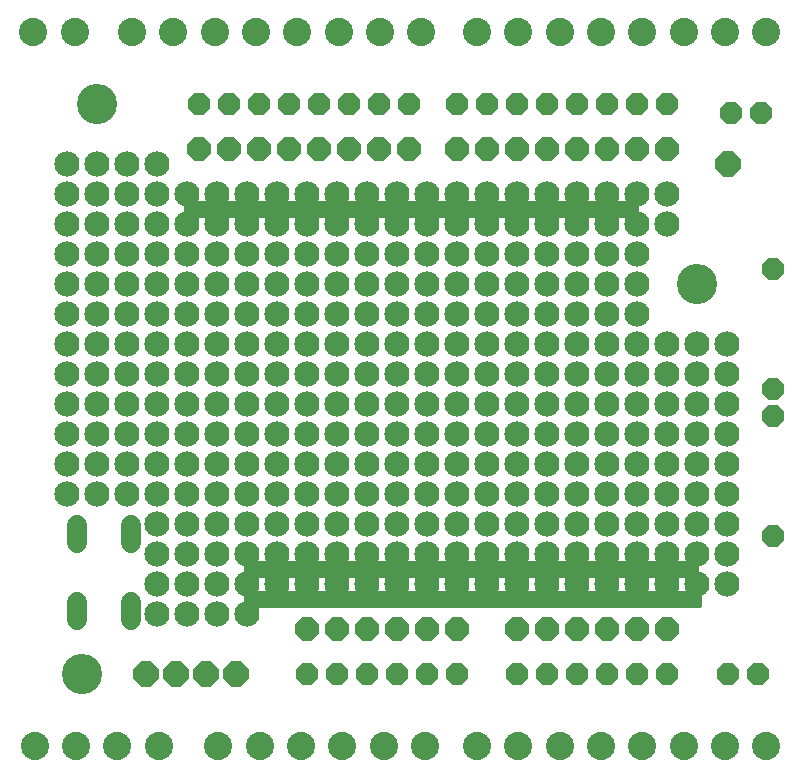
<source format=gbr>
G04 EAGLE Gerber RS-274X export*
G75*
%MOMM*%
%FSLAX34Y34*%
%LPD*%
%INSoldermask Bottom*%
%IPPOS*%
%AMOC8*
5,1,8,0,0,1.08239X$1,22.5*%
G01*
%ADD10P,2.034460X8X22.500000*%
%ADD11C,3.403200*%
%ADD12P,2.144431X8X112.500000*%
%ADD13P,2.144431X8X292.500000*%
%ADD14C,2.387600*%
%ADD15C,1.727200*%
%ADD16P,2.034460X8X112.500000*%
%ADD17P,2.034460X8X292.500000*%
%ADD18P,2.309387X8X22.500000*%
%ADD19C,2.133600*%

G36*
X662958Y81791D02*
X662958Y81791D01*
X662976Y81789D01*
X663158Y81810D01*
X663341Y81829D01*
X663358Y81834D01*
X663375Y81836D01*
X663550Y81893D01*
X663726Y81947D01*
X663741Y81955D01*
X663758Y81961D01*
X663918Y82051D01*
X664080Y82139D01*
X664093Y82150D01*
X664109Y82159D01*
X664248Y82279D01*
X664389Y82396D01*
X664400Y82410D01*
X664414Y82422D01*
X664526Y82567D01*
X664641Y82710D01*
X664649Y82726D01*
X664660Y82740D01*
X664742Y82905D01*
X664827Y83067D01*
X664832Y83084D01*
X664840Y83101D01*
X664887Y83279D01*
X664938Y83454D01*
X664940Y83472D01*
X664944Y83489D01*
X664971Y83820D01*
X664971Y93980D01*
X664970Y93996D01*
X664971Y94012D01*
X664971Y94013D01*
X664971Y94016D01*
X664950Y94198D01*
X664931Y94381D01*
X664926Y94398D01*
X664924Y94415D01*
X664867Y94590D01*
X664813Y94766D01*
X664805Y94781D01*
X664799Y94798D01*
X664709Y94958D01*
X664621Y95120D01*
X664610Y95133D01*
X664601Y95149D01*
X664481Y95288D01*
X664364Y95429D01*
X664350Y95440D01*
X664338Y95454D01*
X664193Y95566D01*
X664050Y95681D01*
X664034Y95689D01*
X664020Y95700D01*
X663855Y95782D01*
X663693Y95867D01*
X663676Y95872D01*
X663660Y95880D01*
X663481Y95927D01*
X663306Y95978D01*
X663288Y95980D01*
X663271Y95984D01*
X662940Y96011D01*
X279400Y96011D01*
X279382Y96009D01*
X279364Y96011D01*
X279182Y95990D01*
X278999Y95971D01*
X278982Y95966D01*
X278965Y95964D01*
X278790Y95907D01*
X278614Y95853D01*
X278599Y95845D01*
X278582Y95839D01*
X278422Y95749D01*
X278260Y95661D01*
X278247Y95650D01*
X278231Y95641D01*
X278092Y95521D01*
X277951Y95404D01*
X277940Y95390D01*
X277927Y95378D01*
X277814Y95233D01*
X277699Y95090D01*
X277691Y95074D01*
X277680Y95060D01*
X277598Y94895D01*
X277513Y94733D01*
X277508Y94716D01*
X277500Y94700D01*
X277453Y94521D01*
X277402Y94346D01*
X277400Y94328D01*
X277396Y94311D01*
X277369Y93980D01*
X277369Y83820D01*
X277371Y83802D01*
X277369Y83784D01*
X277390Y83602D01*
X277409Y83419D01*
X277414Y83402D01*
X277416Y83385D01*
X277473Y83210D01*
X277527Y83034D01*
X277535Y83019D01*
X277541Y83002D01*
X277631Y82842D01*
X277719Y82680D01*
X277730Y82667D01*
X277739Y82651D01*
X277859Y82512D01*
X277976Y82371D01*
X277990Y82360D01*
X278002Y82347D01*
X278147Y82234D01*
X278290Y82119D01*
X278306Y82111D01*
X278320Y82100D01*
X278485Y82018D01*
X278647Y81933D01*
X278664Y81928D01*
X278681Y81920D01*
X278859Y81873D01*
X279034Y81822D01*
X279052Y81820D01*
X279069Y81816D01*
X279400Y81789D01*
X662940Y81789D01*
X662958Y81791D01*
G37*
G36*
X609618Y411991D02*
X609618Y411991D01*
X609636Y411989D01*
X609818Y412010D01*
X610001Y412029D01*
X610018Y412034D01*
X610035Y412036D01*
X610210Y412093D01*
X610386Y412147D01*
X610401Y412155D01*
X610418Y412161D01*
X610578Y412251D01*
X610740Y412339D01*
X610753Y412350D01*
X610769Y412359D01*
X610908Y412479D01*
X611049Y412596D01*
X611060Y412610D01*
X611074Y412622D01*
X611186Y412767D01*
X611301Y412910D01*
X611309Y412926D01*
X611320Y412940D01*
X611402Y413105D01*
X611487Y413267D01*
X611492Y413284D01*
X611500Y413301D01*
X611547Y413479D01*
X611598Y413654D01*
X611600Y413672D01*
X611604Y413689D01*
X611631Y414020D01*
X611631Y424180D01*
X611630Y424196D01*
X611631Y424212D01*
X611631Y424213D01*
X611631Y424216D01*
X611610Y424398D01*
X611591Y424581D01*
X611586Y424598D01*
X611584Y424615D01*
X611527Y424790D01*
X611473Y424966D01*
X611465Y424981D01*
X611459Y424998D01*
X611369Y425158D01*
X611281Y425320D01*
X611270Y425333D01*
X611261Y425349D01*
X611141Y425488D01*
X611024Y425629D01*
X611010Y425640D01*
X610998Y425654D01*
X610853Y425766D01*
X610710Y425881D01*
X610694Y425889D01*
X610680Y425900D01*
X610515Y425982D01*
X610353Y426067D01*
X610336Y426072D01*
X610320Y426080D01*
X610141Y426127D01*
X609966Y426178D01*
X609948Y426180D01*
X609931Y426184D01*
X609600Y426211D01*
X228600Y426211D01*
X228582Y426209D01*
X228564Y426211D01*
X228382Y426190D01*
X228199Y426171D01*
X228182Y426166D01*
X228165Y426164D01*
X227990Y426107D01*
X227814Y426053D01*
X227799Y426045D01*
X227782Y426039D01*
X227622Y425949D01*
X227460Y425861D01*
X227447Y425850D01*
X227431Y425841D01*
X227292Y425721D01*
X227151Y425604D01*
X227140Y425590D01*
X227127Y425578D01*
X227014Y425433D01*
X226899Y425290D01*
X226891Y425274D01*
X226880Y425260D01*
X226798Y425095D01*
X226713Y424933D01*
X226708Y424916D01*
X226700Y424900D01*
X226653Y424721D01*
X226602Y424546D01*
X226600Y424528D01*
X226596Y424511D01*
X226569Y424180D01*
X226569Y414020D01*
X226571Y414002D01*
X226569Y413984D01*
X226590Y413802D01*
X226609Y413619D01*
X226614Y413602D01*
X226616Y413585D01*
X226673Y413410D01*
X226727Y413234D01*
X226735Y413219D01*
X226741Y413202D01*
X226831Y413042D01*
X226919Y412880D01*
X226930Y412867D01*
X226939Y412851D01*
X227059Y412712D01*
X227176Y412571D01*
X227190Y412560D01*
X227202Y412547D01*
X227347Y412434D01*
X227490Y412319D01*
X227506Y412311D01*
X227520Y412300D01*
X227685Y412218D01*
X227847Y412133D01*
X227864Y412128D01*
X227881Y412120D01*
X228059Y412073D01*
X228234Y412022D01*
X228252Y412020D01*
X228269Y412016D01*
X228600Y411989D01*
X609600Y411989D01*
X609618Y411991D01*
G37*
G36*
X660418Y107191D02*
X660418Y107191D01*
X660436Y107189D01*
X660618Y107210D01*
X660801Y107229D01*
X660818Y107234D01*
X660835Y107236D01*
X661010Y107293D01*
X661186Y107347D01*
X661201Y107355D01*
X661218Y107361D01*
X661378Y107451D01*
X661540Y107539D01*
X661553Y107550D01*
X661569Y107559D01*
X661708Y107679D01*
X661849Y107796D01*
X661860Y107810D01*
X661874Y107822D01*
X661986Y107967D01*
X662101Y108110D01*
X662109Y108126D01*
X662120Y108140D01*
X662202Y108305D01*
X662287Y108467D01*
X662292Y108484D01*
X662300Y108501D01*
X662347Y108679D01*
X662398Y108854D01*
X662400Y108872D01*
X662404Y108889D01*
X662431Y109220D01*
X662431Y119380D01*
X662430Y119396D01*
X662431Y119412D01*
X662431Y119413D01*
X662431Y119416D01*
X662410Y119598D01*
X662391Y119781D01*
X662386Y119798D01*
X662384Y119815D01*
X662327Y119990D01*
X662273Y120166D01*
X662265Y120181D01*
X662259Y120198D01*
X662169Y120358D01*
X662081Y120520D01*
X662070Y120533D01*
X662061Y120549D01*
X661941Y120688D01*
X661824Y120829D01*
X661810Y120840D01*
X661798Y120854D01*
X661653Y120966D01*
X661510Y121081D01*
X661494Y121089D01*
X661480Y121100D01*
X661315Y121182D01*
X661153Y121267D01*
X661136Y121272D01*
X661120Y121280D01*
X660941Y121327D01*
X660766Y121378D01*
X660748Y121380D01*
X660731Y121384D01*
X660400Y121411D01*
X279400Y121411D01*
X279382Y121409D01*
X279364Y121411D01*
X279182Y121390D01*
X278999Y121371D01*
X278982Y121366D01*
X278965Y121364D01*
X278790Y121307D01*
X278614Y121253D01*
X278599Y121245D01*
X278582Y121239D01*
X278422Y121149D01*
X278260Y121061D01*
X278247Y121050D01*
X278231Y121041D01*
X278092Y120921D01*
X277951Y120804D01*
X277940Y120790D01*
X277927Y120778D01*
X277814Y120633D01*
X277699Y120490D01*
X277691Y120474D01*
X277680Y120460D01*
X277598Y120295D01*
X277513Y120133D01*
X277508Y120116D01*
X277500Y120100D01*
X277453Y119921D01*
X277402Y119746D01*
X277400Y119728D01*
X277396Y119711D01*
X277369Y119380D01*
X277369Y109220D01*
X277371Y109202D01*
X277369Y109184D01*
X277390Y109002D01*
X277409Y108819D01*
X277414Y108802D01*
X277416Y108785D01*
X277473Y108610D01*
X277527Y108434D01*
X277535Y108419D01*
X277541Y108402D01*
X277631Y108242D01*
X277719Y108080D01*
X277730Y108067D01*
X277739Y108051D01*
X277859Y107912D01*
X277976Y107771D01*
X277990Y107760D01*
X278002Y107747D01*
X278147Y107634D01*
X278290Y107519D01*
X278306Y107511D01*
X278320Y107500D01*
X278485Y107418D01*
X278647Y107333D01*
X278664Y107328D01*
X278681Y107320D01*
X278859Y107273D01*
X279034Y107222D01*
X279052Y107220D01*
X279069Y107216D01*
X279400Y107189D01*
X660400Y107189D01*
X660418Y107191D01*
G37*
D10*
X533400Y508000D03*
X508000Y25400D03*
X558800Y508000D03*
X584200Y508000D03*
X609600Y508000D03*
X635000Y508000D03*
X508000Y508000D03*
X482600Y508000D03*
X457200Y508000D03*
X416560Y508000D03*
X391160Y508000D03*
X365760Y508000D03*
X340360Y508000D03*
X314960Y508000D03*
X289560Y508000D03*
X264160Y508000D03*
X238760Y508000D03*
X533400Y25400D03*
X558800Y25400D03*
X584200Y25400D03*
X609600Y25400D03*
X635000Y25400D03*
X457200Y25400D03*
X431800Y25400D03*
X406400Y25400D03*
X381000Y25400D03*
X355600Y25400D03*
X330200Y25400D03*
D11*
X152400Y508000D03*
X660400Y355600D03*
X139700Y25400D03*
D12*
X457200Y469900D03*
X482600Y469900D03*
X508000Y469900D03*
X533400Y469900D03*
X558800Y469900D03*
X584200Y469900D03*
X609600Y469900D03*
X635000Y469900D03*
X238760Y469900D03*
X264160Y469900D03*
X289560Y469900D03*
X314960Y469900D03*
X340360Y469900D03*
X365760Y469900D03*
X391160Y469900D03*
X416560Y469900D03*
D13*
X457200Y63500D03*
X431800Y63500D03*
X406400Y63500D03*
X381000Y63500D03*
X355600Y63500D03*
X330200Y63500D03*
X635000Y63500D03*
X609600Y63500D03*
X584200Y63500D03*
X558800Y63500D03*
X533400Y63500D03*
X508000Y63500D03*
D14*
X395400Y-35560D03*
X360400Y-35560D03*
X325400Y-35560D03*
X290400Y-35560D03*
X255400Y-35560D03*
X430400Y-35560D03*
X614400Y-35560D03*
X579400Y-35560D03*
X544400Y-35560D03*
X509400Y-35560D03*
X474400Y-35560D03*
X649400Y-35560D03*
X684400Y-35560D03*
X719400Y-35560D03*
X204900Y-35560D03*
X169900Y-35560D03*
X134900Y-35560D03*
X99900Y-35560D03*
X98840Y568960D03*
X133840Y568960D03*
X579400Y568960D03*
X614400Y568960D03*
X649400Y568960D03*
X684400Y568960D03*
X719400Y568960D03*
X544400Y568960D03*
X509400Y568960D03*
X474400Y568960D03*
X287300Y568960D03*
X322300Y568960D03*
X357300Y568960D03*
X392300Y568960D03*
X427300Y568960D03*
X252300Y568960D03*
X217300Y568960D03*
X182300Y568960D03*
D15*
X136144Y86868D02*
X136144Y71628D01*
X181356Y71628D02*
X181356Y86868D01*
X136144Y136652D02*
X136144Y151892D01*
X181356Y151892D02*
X181356Y136652D01*
D10*
X689610Y500380D03*
X715010Y500380D03*
D16*
X725170Y266700D03*
X725170Y368300D03*
D17*
X725170Y243840D03*
X725170Y142240D03*
D10*
X687070Y25400D03*
X712470Y25400D03*
D18*
X687070Y457200D03*
X270510Y25400D03*
X245110Y25400D03*
X219710Y25400D03*
X194310Y25400D03*
D19*
X228600Y406400D03*
X254000Y381000D03*
X228600Y381000D03*
X279400Y381000D03*
X304800Y381000D03*
X330200Y381000D03*
X355600Y381000D03*
X381000Y381000D03*
X406400Y381000D03*
X431800Y381000D03*
X457200Y381000D03*
X482600Y381000D03*
X508000Y381000D03*
X558800Y381000D03*
X533400Y381000D03*
X584200Y381000D03*
X609600Y381000D03*
X635000Y304800D03*
X635000Y279400D03*
X635000Y254000D03*
X635000Y228600D03*
X635000Y203200D03*
X635000Y177800D03*
X635000Y152400D03*
X609600Y152400D03*
X609600Y177800D03*
X609600Y203200D03*
X609600Y228600D03*
X609600Y254000D03*
X609600Y279400D03*
X609600Y304800D03*
X609600Y330200D03*
X609600Y355600D03*
X584200Y355600D03*
X584200Y330200D03*
X584200Y304800D03*
X584200Y254000D03*
X584200Y279400D03*
X584200Y228600D03*
X584200Y203200D03*
X584200Y177800D03*
X584200Y152400D03*
X533400Y152400D03*
X558800Y152400D03*
X558800Y177800D03*
X533400Y177800D03*
X533400Y203200D03*
X558800Y203200D03*
X558800Y228600D03*
X533400Y228600D03*
X533400Y254000D03*
X558800Y254000D03*
X558800Y279400D03*
X533400Y279400D03*
X533400Y304800D03*
X558800Y304800D03*
X558800Y330200D03*
X533400Y330200D03*
X533400Y355600D03*
X558800Y355600D03*
X508000Y355600D03*
X508000Y304800D03*
X508000Y330200D03*
X508000Y279400D03*
X508000Y254000D03*
X508000Y228600D03*
X508000Y203200D03*
X508000Y177800D03*
X508000Y152400D03*
X482600Y330200D03*
X482600Y355600D03*
X482600Y304800D03*
X482600Y279400D03*
X482600Y254000D03*
X482600Y228600D03*
X482600Y203200D03*
X482600Y177800D03*
X482600Y152400D03*
X457200Y152400D03*
X457200Y177800D03*
X457200Y203200D03*
X457200Y228600D03*
X457200Y254000D03*
X457200Y279400D03*
X457200Y304800D03*
X457200Y330200D03*
X457200Y355600D03*
X431800Y355600D03*
X431800Y330200D03*
X431800Y304800D03*
X431800Y279400D03*
X431800Y254000D03*
X431800Y228600D03*
X431800Y203200D03*
X431800Y177800D03*
X431800Y152400D03*
X381000Y152400D03*
X406400Y152400D03*
X406400Y177800D03*
X381000Y177800D03*
X381000Y203200D03*
X406400Y203200D03*
X406400Y228600D03*
X381000Y254000D03*
X381000Y279400D03*
X406400Y304800D03*
X381000Y304800D03*
X381000Y330200D03*
X406400Y355600D03*
X381000Y355600D03*
X406400Y330200D03*
X406400Y279400D03*
X381000Y228600D03*
X406400Y254000D03*
X355600Y152400D03*
X355600Y177800D03*
X355600Y355600D03*
X355600Y330200D03*
X355600Y304800D03*
X355600Y279400D03*
X355600Y254000D03*
X355600Y203200D03*
X355600Y228600D03*
X330200Y228600D03*
X330200Y355600D03*
X330200Y304800D03*
X330200Y330200D03*
X330200Y279400D03*
X330200Y254000D03*
X330200Y203200D03*
X330200Y177800D03*
X330200Y152400D03*
X304800Y152400D03*
X304800Y177800D03*
X304800Y203200D03*
X304800Y228600D03*
X304800Y279400D03*
X304800Y304800D03*
X304800Y330200D03*
X304800Y355600D03*
X304800Y254000D03*
X279400Y330200D03*
X279400Y355600D03*
X279400Y304800D03*
X279400Y279400D03*
X279400Y254000D03*
X279400Y228600D03*
X279400Y203200D03*
X279400Y177800D03*
X279400Y152400D03*
X279400Y127000D03*
X254000Y127000D03*
X254000Y152400D03*
X254000Y177800D03*
X254000Y203200D03*
X254000Y254000D03*
X254000Y279400D03*
X254000Y304800D03*
X254000Y330200D03*
X254000Y355600D03*
X254000Y228600D03*
X228600Y254000D03*
X228600Y304800D03*
X228600Y330200D03*
X228600Y355600D03*
X228600Y279400D03*
X228600Y228600D03*
X228600Y177800D03*
X228600Y203200D03*
X228600Y152400D03*
X228600Y127000D03*
X203200Y431800D03*
X203200Y381000D03*
X203200Y406400D03*
X203200Y355600D03*
X203200Y304800D03*
X203200Y279400D03*
X203200Y254000D03*
X203200Y330200D03*
X203200Y228600D03*
X203200Y203200D03*
X203200Y177800D03*
X203200Y152400D03*
X203200Y127000D03*
X177800Y177800D03*
X177800Y203200D03*
X177800Y228600D03*
X177800Y254000D03*
X177800Y279400D03*
X177800Y304800D03*
X177800Y330200D03*
X177800Y355600D03*
X177800Y381000D03*
X177800Y406400D03*
X177800Y431800D03*
X127000Y431800D03*
X152400Y431800D03*
X127000Y406400D03*
X152400Y406400D03*
X127000Y381000D03*
X152400Y381000D03*
X152400Y355600D03*
X127000Y355600D03*
X127000Y304800D03*
X127000Y330200D03*
X152400Y330200D03*
X152400Y304800D03*
X152400Y279400D03*
X152400Y254000D03*
X152400Y228600D03*
X152400Y203200D03*
X152400Y177800D03*
X203200Y76200D03*
X203200Y101600D03*
X228600Y101600D03*
X228600Y76200D03*
X254000Y76200D03*
X254000Y101600D03*
X127000Y279400D03*
X127000Y254000D03*
X127000Y228600D03*
X127000Y203200D03*
X127000Y177800D03*
X685800Y304800D03*
X685800Y254000D03*
X660400Y304800D03*
X660400Y279400D03*
X660400Y254000D03*
X660400Y203200D03*
X660400Y228600D03*
X660400Y177800D03*
X660400Y152400D03*
X685800Y152400D03*
X685800Y177800D03*
X685800Y203200D03*
X685800Y228600D03*
X685800Y279400D03*
X279400Y76200D03*
X279400Y101600D03*
X635000Y431800D03*
X609600Y431800D03*
X584200Y431800D03*
X558800Y431800D03*
X533400Y431800D03*
X508000Y431800D03*
X482600Y431800D03*
X457200Y431800D03*
X431800Y431800D03*
X406400Y431800D03*
X381000Y431800D03*
X355600Y431800D03*
X330200Y431800D03*
X304800Y431800D03*
X279400Y431800D03*
X254000Y431800D03*
X685800Y127000D03*
X660400Y127000D03*
X635000Y127000D03*
X609600Y127000D03*
X584200Y127000D03*
X558800Y127000D03*
X533400Y127000D03*
X508000Y127000D03*
X482600Y127000D03*
X457200Y127000D03*
X431800Y127000D03*
X406400Y127000D03*
X381000Y127000D03*
X355600Y127000D03*
X330200Y127000D03*
X304800Y127000D03*
X228600Y431800D03*
X254000Y406400D03*
X279400Y406400D03*
X304800Y406400D03*
X330200Y406400D03*
X355600Y406400D03*
X381000Y406400D03*
X406400Y406400D03*
X431800Y406400D03*
X457200Y406400D03*
X482600Y406400D03*
X508000Y406400D03*
X533400Y406400D03*
X558800Y406400D03*
X584200Y406400D03*
X609600Y406400D03*
X635000Y406400D03*
X304800Y101600D03*
X330200Y101600D03*
X355600Y101600D03*
X381000Y101600D03*
X406400Y101600D03*
X431800Y101600D03*
X457200Y101600D03*
X482600Y101600D03*
X508000Y101600D03*
X533400Y101600D03*
X558800Y101600D03*
X584200Y101600D03*
X609600Y101600D03*
X635000Y101600D03*
X660400Y101600D03*
X685800Y101600D03*
X203200Y457200D03*
X177800Y457200D03*
X152400Y457200D03*
X127000Y457200D03*
M02*

</source>
